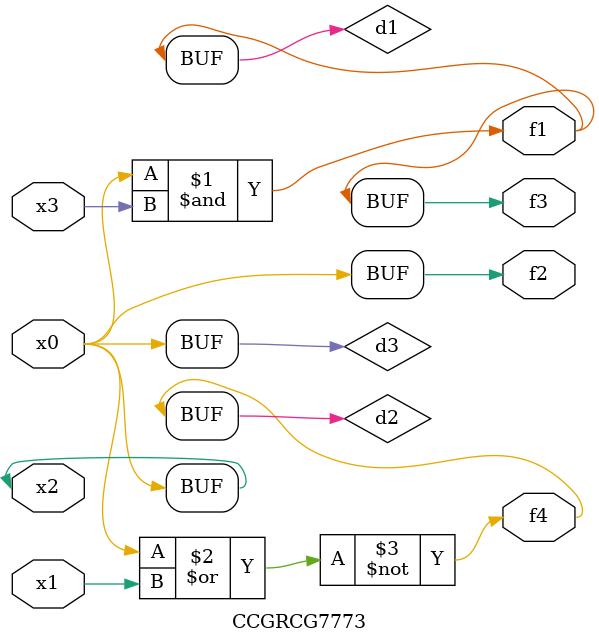
<source format=v>
module CCGRCG7773(
	input x0, x1, x2, x3,
	output f1, f2, f3, f4
);

	wire d1, d2, d3;

	and (d1, x2, x3);
	nor (d2, x0, x1);
	buf (d3, x0, x2);
	assign f1 = d1;
	assign f2 = d3;
	assign f3 = d1;
	assign f4 = d2;
endmodule

</source>
